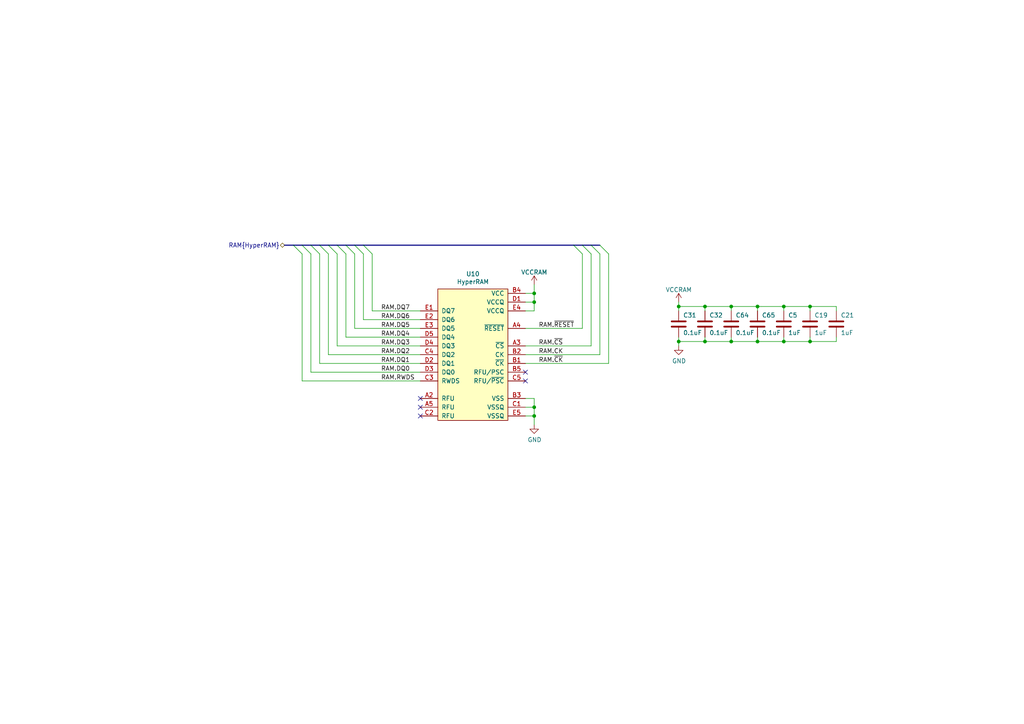
<source format=kicad_sch>
(kicad_sch (version 20230121) (generator eeschema)
  (paper "A4")
  (title_block (title "Cynthion") (date "${DATE}") (rev "${VERSION}") (company "Copyright 2019-2023 Great Scott Gadgets") (comment 1 "Licensed under the CERN-OHL-P v2"))
  (lib_symbols
    (symbol "Device:C" (pin_numbers hide) (pin_names (offset 0.254))
      (property "Reference" "C" (at 0.635 2.54 0))
      (property "Value" "C" (at 0.635 -2.54 0))
      (symbol "C_0_1"
        (polyline (pts (xy -2.032 -0.762) (xy 2.032 -0.762)) (stroke (width 0.508)))
        (polyline (pts (xy -2.032 0.762) (xy 2.032 0.762)) (stroke (width 0.508)))
      )
      (symbol "C_1_1"
        (pin passive line (at 0 3.81 270) (length 2.794) (name "~") (number "1"))
        (pin passive line (at 0 -3.81 90) (length 2.794) (name "~") (number "2"))
      )
    )
    (symbol "power:GND" (power) (pin_names (offset 0))
      (property "Value" "GND" (at 0 -3.81 0))
      (symbol "GND_0_1"
        (polyline (pts (xy 0 0) (xy 0 -1.27) (xy 1.27 -1.27) (xy 0 -2.54) (xy -1.27 -1.27) (xy 0 -1.27)))
      )
      (symbol "GND_1_1"
        (pin power_in line (at 0 0 270) (length 0) hide (name "GND") (number "1"))
      )
    )
    (symbol "support_hardware:S27KS0641" (pin_names (offset 1.016))
      (property "Reference" "U" (at 0 20.32 0))
      (property "Value" "S27KS0641" (at 0 -20.32 0))
      (symbol "S27KS0641_0_1"
        (rectangle (start -10.16 19.05) (end 10.16 -19.05) (stroke (width 0.2032)) (fill (type background)))
      )
      (symbol "S27KS0641_1_1"
        (pin passive line (at 15.24 -12.7 180) (length 5.08) (name "RFU") (number "A2"))
        (pin input line (at -15.24 2.54 0) (length 5.08) (name "~{CS}") (number "A3"))
        (pin input line (at -15.24 7.62 0) (length 5.08) (name "~{RESET}") (number "A4"))
        (pin passive line (at 15.24 -15.24 180) (length 5.08) (name "RFU") (number "A5"))
        (pin input line (at -15.24 -2.54 0) (length 5.08) (name "~{CK}") (number "B1"))
        (pin input line (at -15.24 0 0) (length 5.08) (name "CK") (number "B2"))
        (pin power_in line (at -15.24 -12.7 0) (length 5.08) (name "VSS") (number "B3"))
        (pin power_in line (at -15.24 17.78 0) (length 5.08) (name "VCC") (number "B4"))
        (pin input line (at -15.24 -5.08 0) (length 5.08) (name "RFU/PSC") (number "B5"))
        (pin power_in line (at -15.24 -15.24 0) (length 5.08) (name "VSSQ") (number "C1"))
        (pin passive line (at 15.24 -17.78 180) (length 5.08) (name "RFU") (number "C2"))
        (pin bidirectional line (at 15.24 -7.62 180) (length 5.08) (name "RWDS") (number "C3"))
        (pin bidirectional line (at 15.24 0 180) (length 5.08) (name "DQ2") (number "C4"))
        (pin input line (at -15.24 -7.62 0) (length 5.08) (name "RFU/~{PSC}") (number "C5"))
        (pin power_in line (at -15.24 15.24 0) (length 5.08) (name "VCCQ") (number "D1"))
        (pin bidirectional line (at 15.24 -2.54 180) (length 5.08) (name "DQ1") (number "D2"))
        (pin bidirectional line (at 15.24 -5.08 180) (length 5.08) (name "DQ0") (number "D3"))
        (pin bidirectional line (at 15.24 2.54 180) (length 5.08) (name "DQ3") (number "D4"))
        (pin bidirectional line (at 15.24 5.08 180) (length 5.08) (name "DQ4") (number "D5"))
        (pin bidirectional line (at 15.24 12.7 180) (length 5.08) (name "DQ7") (number "E1"))
        (pin bidirectional line (at 15.24 10.16 180) (length 5.08) (name "DQ6") (number "E2"))
        (pin bidirectional line (at 15.24 7.62 180) (length 5.08) (name "DQ5") (number "E3"))
        (pin power_in line (at -15.24 12.7 0) (length 5.08) (name "VCCQ") (number "E4"))
        (pin power_in line (at -15.24 -17.78 0) (length 5.08) (name "VSSQ") (number "E5"))
      )
    )
    (symbol "support_hardware:VCCRAM" (power) (pin_names (offset 0))
      (property "Value" "VCCRAM" (at 0 3.81 0))
      (symbol "VCCRAM_0_1"
        (polyline (pts (xy -0.762 1.27) (xy 0 2.54)))
        (polyline (pts (xy 0 0) (xy 0 2.54)))
        (polyline (pts (xy 0 2.54) (xy 0.762 1.27)))
      )
      (symbol "VCCRAM_1_1"
        (pin power_in line (at 0 0 90) (length 0) hide (name "VCCRAM") (number "1"))
      )
    )
  )
  (bus_alias "HyperRAM" (members "DQ[0..7]" "CK" "~{CK}" "~{CS}" "RWDS" "~{RESET}"))
  (junction (at 234.95 99.06))
  (junction (at 196.85 88.9))
  (junction (at 154.94 118.11))
  (junction (at 212.09 99.06))
  (junction (at 234.95 88.9))
  (junction (at 219.71 99.06))
  (junction (at 212.09 88.9))
  (junction (at 204.47 99.06))
  (junction (at 154.94 120.65))
  (junction (at 219.71 88.9))
  (junction (at 154.94 85.09))
  (junction (at 154.94 87.63))
  (junction (at 227.33 99.06))
  (junction (at 196.85 99.06))
  (junction (at 227.33 88.9))
  (junction (at 204.47 88.9))
  (no_connect (at 152.4 107.95))
  (no_connect (at 152.4 110.49))
  (no_connect (at 121.92 120.65))
  (no_connect (at 121.92 115.57))
  (no_connect (at 121.92 118.11))
  (bus_entry (at 85.09 71.12) (size 2.54 2.54))
  (bus_entry (at 95.25 71.12) (size 2.54 2.54))
  (bus_entry (at 168.91 71.12) (size 2.54 2.54))
  (bus_entry (at 105.41 71.12) (size 2.54 2.54))
  (bus_entry (at 171.45 71.12) (size 2.54 2.54))
  (bus_entry (at 166.37 71.12) (size 2.54 2.54))
  (bus_entry (at 100.33 71.12) (size 2.54 2.54))
  (bus_entry (at 102.87 71.12) (size 2.54 2.54))
  (bus_entry (at 87.63 71.12) (size 2.54 2.54))
  (bus_entry (at 92.71 71.12) (size 2.54 2.54))
  (bus_entry (at 173.99 71.12) (size 2.54 2.54))
  (bus_entry (at 90.17 71.12) (size 2.54 2.54))
  (bus_entry (at 97.79 71.12) (size 2.54 2.54))
  (bus (pts (xy 90.17 71.12) (xy 92.71 71.12)))
  (wire (pts (xy 196.85 87.63) (xy 196.85 88.9)))
  (wire (pts (xy 196.85 99.06) (xy 196.85 100.33)))
  (wire (pts (xy 152.4 95.25) (xy 168.91 95.25)))
  (wire (pts (xy 212.09 88.9) (xy 219.71 88.9)))
  (wire (pts (xy 227.33 97.79) (xy 227.33 99.06)))
  (wire (pts (xy 102.87 95.25) (xy 102.87 73.66)))
  (wire (pts (xy 234.95 97.79) (xy 234.95 99.06)))
  (wire (pts (xy 168.91 73.66) (xy 168.91 95.25)))
  (bus (pts (xy 166.37 71.12) (xy 168.91 71.12)))
  (wire (pts (xy 171.45 73.66) (xy 171.45 100.33)))
  (bus (pts (xy 100.33 71.12) (xy 102.87 71.12)))
  (wire (pts (xy 154.94 87.63) (xy 154.94 90.17)))
  (wire (pts (xy 154.94 85.09) (xy 154.94 87.63)))
  (wire (pts (xy 154.94 118.11) (xy 154.94 120.65)))
  (wire (pts (xy 152.4 100.33) (xy 171.45 100.33)))
  (wire (pts (xy 227.33 88.9) (xy 234.95 88.9)))
  (wire (pts (xy 121.92 97.79) (xy 100.33 97.79)))
  (wire (pts (xy 204.47 88.9) (xy 204.47 90.17)))
  (wire (pts (xy 90.17 107.95) (xy 90.17 73.66)))
  (bus (pts (xy 171.45 71.12) (xy 173.99 71.12)))
  (wire (pts (xy 173.99 73.66) (xy 173.99 102.87)))
  (wire (pts (xy 152.4 85.09) (xy 154.94 85.09)))
  (wire (pts (xy 176.53 73.66) (xy 176.53 105.41)))
  (wire (pts (xy 196.85 88.9) (xy 196.85 90.17)))
  (wire (pts (xy 219.71 99.06) (xy 212.09 99.06)))
  (wire (pts (xy 121.92 102.87) (xy 95.25 102.87)))
  (wire (pts (xy 92.71 105.41) (xy 92.71 73.66)))
  (bus (pts (xy 85.09 71.12) (xy 87.63 71.12)))
  (wire (pts (xy 196.85 88.9) (xy 204.47 88.9)))
  (wire (pts (xy 219.71 97.79) (xy 219.71 99.06)))
  (wire (pts (xy 196.85 99.06) (xy 204.47 99.06)))
  (wire (pts (xy 219.71 88.9) (xy 227.33 88.9)))
  (wire (pts (xy 154.94 85.09) (xy 154.94 82.55)))
  (wire (pts (xy 152.4 115.57) (xy 154.94 115.57)))
  (wire (pts (xy 152.4 102.87) (xy 173.99 102.87)))
  (wire (pts (xy 152.4 87.63) (xy 154.94 87.63)))
  (wire (pts (xy 227.33 90.17) (xy 227.33 88.9)))
  (wire (pts (xy 234.95 90.17) (xy 234.95 88.9)))
  (wire (pts (xy 154.94 120.65) (xy 154.94 123.19)))
  (wire (pts (xy 121.92 110.49) (xy 87.63 110.49)))
  (bus (pts (xy 92.71 71.12) (xy 95.25 71.12)))
  (bus (pts (xy 82.55 71.12) (xy 85.09 71.12)))
  (wire (pts (xy 105.41 92.71) (xy 121.92 92.71)))
  (wire (pts (xy 219.71 88.9) (xy 219.71 90.17)))
  (wire (pts (xy 121.92 107.95) (xy 90.17 107.95)))
  (bus (pts (xy 102.87 71.12) (xy 105.41 71.12)))
  (wire (pts (xy 121.92 95.25) (xy 102.87 95.25)))
  (wire (pts (xy 204.47 99.06) (xy 204.47 97.79)))
  (wire (pts (xy 212.09 99.06) (xy 212.09 97.79)))
  (wire (pts (xy 154.94 120.65) (xy 152.4 120.65)))
  (wire (pts (xy 100.33 97.79) (xy 100.33 73.66)))
  (wire (pts (xy 95.25 102.87) (xy 95.25 73.66)))
  (wire (pts (xy 234.95 88.9) (xy 242.57 88.9)))
  (wire (pts (xy 242.57 97.79) (xy 242.57 99.06)))
  (wire (pts (xy 242.57 88.9) (xy 242.57 90.17)))
  (wire (pts (xy 196.85 97.79) (xy 196.85 99.06)))
  (wire (pts (xy 212.09 88.9) (xy 212.09 90.17)))
  (bus (pts (xy 97.79 71.12) (xy 100.33 71.12)))
  (wire (pts (xy 107.95 73.66) (xy 107.95 90.17)))
  (wire (pts (xy 204.47 99.06) (xy 212.09 99.06)))
  (bus (pts (xy 95.25 71.12) (xy 97.79 71.12)))
  (wire (pts (xy 121.92 90.17) (xy 107.95 90.17)))
  (wire (pts (xy 204.47 88.9) (xy 212.09 88.9)))
  (wire (pts (xy 97.79 100.33) (xy 97.79 73.66)))
  (wire (pts (xy 152.4 118.11) (xy 154.94 118.11)))
  (wire (pts (xy 105.41 92.71) (xy 105.41 73.66)))
  (bus (pts (xy 105.41 71.12) (xy 166.37 71.12)))
  (wire (pts (xy 121.92 100.33) (xy 97.79 100.33)))
  (wire (pts (xy 234.95 99.06) (xy 227.33 99.06)))
  (wire (pts (xy 87.63 110.49) (xy 87.63 73.66)))
  (wire (pts (xy 227.33 99.06) (xy 219.71 99.06)))
  (wire (pts (xy 152.4 105.41) (xy 176.53 105.41)))
  (wire (pts (xy 242.57 99.06) (xy 234.95 99.06)))
  (wire (pts (xy 154.94 115.57) (xy 154.94 118.11)))
  (wire (pts (xy 154.94 90.17) (xy 152.4 90.17)))
  (bus (pts (xy 87.63 71.12) (xy 90.17 71.12)))
  (wire (pts (xy 121.92 105.41) (xy 92.71 105.41)))
  (bus (pts (xy 168.91 71.12) (xy 171.45 71.12)))
  (label "RAM.DQ3" (at 110.49 100.33 0))
  (label "RAM.DQ4" (at 110.49 97.79 0))
  (label "RAM.DQ5" (at 110.49 95.25 0))
  (label "RAM.DQ0" (at 110.49 107.95 0))
  (label "RAM.DQ6" (at 110.49 92.71 0))
  (label "RAM.~{CS}" (at 156.21 100.33 0))
  (label "RAM.~{RESET}" (at 156.21 95.25 0))
  (label "RAM.RWDS" (at 110.49 110.49 0))
  (label "RAM.CK" (at 156.21 102.87 0))
  (label "RAM.~{CK}" (at 156.21 105.41 0))
  (label "RAM.DQ7" (at 110.49 90.17 0))
  (label "RAM.DQ2" (at 110.49 102.87 0))
  (label "RAM.DQ1" (at 110.49 105.41 0))
  (hierarchical_label "RAM{HyperRAM}" (shape bidirectional) (at 82.55 71.12 180))
  (symbol (lib_id "support_hardware:S27KS0641") (at 137.16 102.87 0) (mirror y) (unit 1)
    (property "Reference" "U10" (at 137.16 79.4512 0))
    (property "Value" "HyperRAM" (at 137.16 81.7372 0))
    (property "Footprint" "cynthion:BGA-24_5x5_6.0x8.0mm" (effects hide))
    (property "Description" "DRAM 64Mb HyperRAM x8, 166MHz, Ind temp, 3.0V" (effects hide))
    (property "Manufacturer" "Winbond" (effects hide))
    (property "Part Number" "W956A8MBYA6I" (effects hide))
    (property "Substitution" "W956A8MBYA5I" (effects hide))
  )
  (symbol (lib_id "power:GND") (at 154.94 123.19 0) (unit 1)
    (property "Reference" "#PWR085" (effects hide))
    (property "Value" "GND" (at 155.0416 127.5588 0))
  )
  (symbol (lib_id "Device:C") (at 212.09 93.98 0) (unit 1)
    (property "Reference" "C64" (at 213.36 91.44 0) (effects (justify left)))
    (property "Value" "0.1uF" (at 213.36 96.52 0) (effects (justify left)))
    (property "Footprint" "Capacitor_SMD:C_0402_1005Metric" (effects hide))
    (property "Part Number" "CL05A104KA5NNNC" (effects hide))
    (property "Substitution" "any equivalent" (effects hide))
    (property "Description" "CAP CER 0.1UF 25V X5R 0402" (effects hide))
    (property "Manufacturer" "Samsung" (effects hide))
  )
  (symbol (lib_id "Device:C") (at 242.57 93.98 0) (unit 1)
    (property "Reference" "C21" (at 243.84 91.44 0) (effects (justify left)))
    (property "Value" "1uF" (at 243.84 96.52 0) (effects (justify left)))
    (property "Footprint" "Capacitor_SMD:C_0402_1005Metric" (effects hide))
    (property "Part Number" "CL05A105MQ5NNNC" (effects hide))
    (property "Substitution" "CL05A105KQ5NNNC, CL05A105KP5NNNC, CL05A105KO5NNNC" (effects hide))
    (property "Manufacturer" "Samsung" (effects hide))
    (property "Description" "CAP CER 1UF 6.3V X5R 0402 20%" (effects hide))
  )
  (symbol (lib_id "power:GND") (at 196.85 100.33 0) (unit 1)
    (property "Reference" "#PWR0145" (effects hide))
    (property "Value" "GND" (at 196.9516 104.6988 0))
  )
  (symbol (lib_id "Device:C") (at 234.95 93.98 0) (unit 1)
    (property "Reference" "C19" (at 236.22 91.44 0) (effects (justify left)))
    (property "Value" "1uF" (at 236.22 96.52 0) (effects (justify left)))
    (property "Footprint" "Capacitor_SMD:C_0402_1005Metric" (effects hide))
    (property "Part Number" "CL05A105MQ5NNNC" (effects hide))
    (property "Substitution" "CL05A105KQ5NNNC, CL05A105KP5NNNC, CL05A105KO5NNNC" (effects hide))
    (property "Manufacturer" "Samsung" (effects hide))
    (property "Description" "CAP CER 1UF 6.3V X5R 0402 20%" (effects hide))
  )
  (symbol (lib_id "Device:C") (at 227.33 93.98 0) (unit 1)
    (property "Reference" "C5" (at 228.6 91.44 0) (effects (justify left)))
    (property "Value" "1uF" (at 228.6 96.52 0) (effects (justify left)))
    (property "Footprint" "Capacitor_SMD:C_0402_1005Metric" (effects hide))
    (property "Part Number" "CL05A105MQ5NNNC" (effects hide))
    (property "Substitution" "CL05A105KQ5NNNC, CL05A105KP5NNNC, CL05A105KO5NNNC" (effects hide))
    (property "Manufacturer" "Samsung" (effects hide))
    (property "Description" "CAP CER 1UF 6.3V X5R 0402 20%" (effects hide))
  )
  (symbol (lib_id "support_hardware:VCCRAM") (at 154.94 82.55 0) (unit 1)
    (property "Reference" "#PWR0119" (effects hide))
    (property "Value" "VCCRAM" (at 154.94 78.9742 0))
  )
  (symbol (lib_id "Device:C") (at 196.85 93.98 0) (unit 1)
    (property "Reference" "C31" (at 198.12 91.44 0) (effects (justify left)))
    (property "Value" "0.1uF" (at 198.12 96.52 0) (effects (justify left)))
    (property "Footprint" "Capacitor_SMD:C_0402_1005Metric" (effects hide))
    (property "Part Number" "CL05A104KA5NNNC" (effects hide))
    (property "Substitution" "any equivalent" (effects hide))
    (property "Description" "CAP CER 0.1UF 25V X5R 0402" (effects hide))
    (property "Manufacturer" "Samsung" (effects hide))
  )
  (symbol (lib_id "Device:C") (at 204.47 93.98 0) (unit 1)
    (property "Reference" "C32" (at 205.74 91.44 0) (effects (justify left)))
    (property "Value" "0.1uF" (at 205.74 96.52 0) (effects (justify left)))
    (property "Footprint" "Capacitor_SMD:C_0402_1005Metric" (effects hide))
    (property "Part Number" "CL05A104KA5NNNC" (effects hide))
    (property "Substitution" "any equivalent" (effects hide))
    (property "Description" "CAP CER 0.1UF 25V X5R 0402" (effects hide))
    (property "Manufacturer" "Samsung" (effects hide))
  )
  (symbol (lib_id "Device:C") (at 219.71 93.98 0) (unit 1)
    (property "Reference" "C65" (at 220.98 91.44 0) (effects (justify left)))
    (property "Value" "0.1uF" (at 220.98 96.52 0) (effects (justify left)))
    (property "Footprint" "Capacitor_SMD:C_0402_1005Metric" (effects hide))
    (property "Part Number" "CL05A104KA5NNNC" (effects hide))
    (property "Substitution" "any equivalent" (effects hide))
    (property "Description" "CAP CER 0.1UF 25V X5R 0402" (effects hide))
    (property "Manufacturer" "Samsung" (effects hide))
  )
  (symbol (lib_id "support_hardware:VCCRAM") (at 196.85 87.63 0) (unit 1)
    (property "Reference" "#PWR0144" (effects hide))
    (property "Value" "VCCRAM" (at 196.85 84.0542 0))
  )
)
</source>
